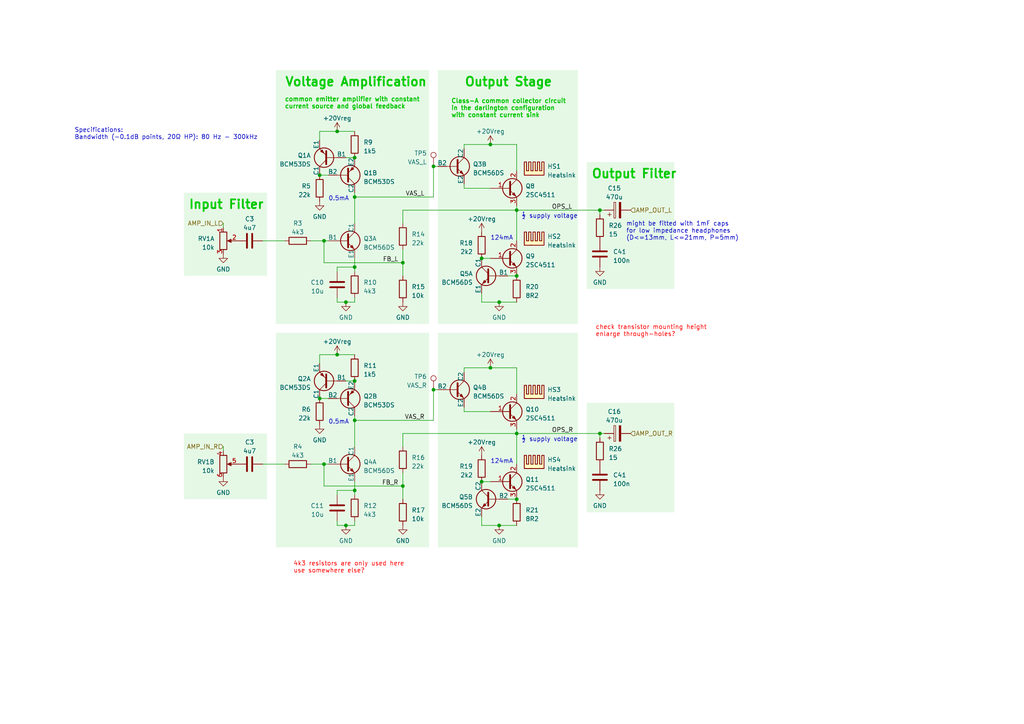
<source format=kicad_sch>
(kicad_sch (version 20230121) (generator eeschema)
  (paper "A4")
  (title_block (title "Stereo Amplifier") (date "2023-07-18") (rev "2") (company "Author: Jona Heinke") (comment 1 "License: MIT"))
  (lib_symbols
    (symbol "Connector:TestPoint" (pin_numbers hide) (pin_names (offset 0.762) hide)
      (property "Reference" "TP" (at 0 6.858 0))
      (property "Value" "TestPoint" (at 0 5.08 0))
      (symbol "TestPoint_0_1"
        (circle (center 0 3.302) (radius 0.762))
      )
      (symbol "TestPoint_1_1"
        (pin passive line (at 0 0 90) (length 2.54) (name "1") (number "1"))
      )
    )
    (symbol "Device:C" (pin_numbers hide) (pin_names (offset 0.254))
      (property "Reference" "C" (at 0.635 2.54 0))
      (property "Value" "C" (at 0.635 -2.54 0))
      (symbol "C_0_1"
        (polyline (pts (xy -2.032 -0.762) (xy 2.032 -0.762)) (stroke (width 0.508)))
        (polyline (pts (xy -2.032 0.762) (xy 2.032 0.762)) (stroke (width 0.508)))
      )
      (symbol "C_1_1"
        (pin passive line (at 0 3.81 270) (length 2.794) (name "~") (number "1"))
        (pin passive line (at 0 -3.81 90) (length 2.794) (name "~") (number "2"))
      )
    )
    (symbol "Device:C_Polarized" (pin_numbers hide) (pin_names (offset 0.254))
      (property "Reference" "C" (at 0.635 2.54 0))
      (property "Value" "C_Polarized" (at 0.635 -2.54 0))
      (symbol "C_Polarized_0_1"
        (rectangle (start -2.286 0.508) (end 2.286 1.016))
        (polyline (pts (xy -1.778 2.286) (xy -0.762 2.286)))
        (polyline (pts (xy -1.27 2.794) (xy -1.27 1.778)))
        (rectangle (start 2.286 -0.508) (end -2.286 -1.016) (fill (type outline)))
      )
      (symbol "C_Polarized_1_1"
        (pin passive line (at 0 3.81 270) (length 2.794) (name "~") (number "1"))
        (pin passive line (at 0 -3.81 90) (length 2.794) (name "~") (number "2"))
      )
    )
    (symbol "Device:Q_NPN_BCE" (pin_names (offset 0) hide)
      (property "Reference" "Q" (at 5.08 1.27 0))
      (property "Value" "Q_NPN_BCE" (at 5.08 -1.27 0))
      (symbol "Q_NPN_BCE_0_1"
        (polyline (pts (xy 0.635 0.635) (xy 2.54 2.54)))
        (polyline (pts (xy 0.635 -0.635) (xy 2.54 -2.54) (xy 2.54 -2.54)))
        (polyline (pts (xy 0.635 1.905) (xy 0.635 -1.905) (xy 0.635 -1.905)) (stroke (width 0.508)))
        (polyline (pts (xy 1.27 -1.778) (xy 1.778 -1.27) (xy 2.286 -2.286) (xy 1.27 -1.778) (xy 1.27 -1.778)) (fill (type outline)))
        (circle (center 1.27 0) (radius 2.8194) (stroke (width 0.254)))
      )
      (symbol "Q_NPN_BCE_1_1"
        (pin input line (at -5.08 0 0) (length 5.715) (name "B") (number "1"))
        (pin passive line (at 2.54 5.08 270) (length 2.54) (name "C") (number "2"))
        (pin passive line (at 2.54 -5.08 90) (length 2.54) (name "E") (number "3"))
      )
    )
    (symbol "Device:R" (pin_numbers hide) (pin_names (offset 0))
      (property "Reference" "R" (at 2.032 0 90))
      (property "Value" "R" (at 0 0 90))
      (symbol "R_0_1"
        (rectangle (start -1.016 -2.54) (end 1.016 2.54) (stroke (width 0.254)))
      )
      (symbol "R_1_1"
        (pin passive line (at 0 3.81 270) (length 1.27) (name "~") (number "1"))
        (pin passive line (at 0 -3.81 90) (length 1.27) (name "~") (number "2"))
      )
    )
    (symbol "Device:R_Potentiometer_Dual_Separate" (pin_names (offset 1.016) hide)
      (property "Reference" "RV" (at -4.445 0 90))
      (property "Value" "R_Potentiometer_Dual_Separate" (at -2.54 0 90))
      (symbol "R_Potentiometer_Dual_Separate_0_1"
        (polyline (pts (xy 2.54 0) (xy 1.524 0)))
        (polyline (pts (xy 1.143 0) (xy 2.286 0.508) (xy 2.286 -0.508) (xy 1.143 0)) (fill (type outline)))
        (rectangle (start 1.016 2.54) (end -1.016 -2.54) (stroke (width 0.254)))
      )
      (symbol "R_Potentiometer_Dual_Separate_1_1"
        (pin passive line (at 0 3.81 270) (length 1.27) (name "1") (number "1"))
        (pin passive line (at 3.81 0 180) (length 1.27) (name "2") (number "2"))
        (pin passive line (at 0 -3.81 90) (length 1.27) (name "3") (number "3"))
      )
      (symbol "R_Potentiometer_Dual_Separate_2_1"
        (pin passive line (at 0 3.81 270) (length 1.27) (name "4") (number "4"))
        (pin passive line (at 3.81 0 180) (length 1.27) (name "5") (number "5"))
        (pin passive line (at 0 -3.81 90) (length 1.27) (name "6") (number "6"))
      )
    )
    (symbol "Mechanical:Heatsink" (pin_names (offset 1.016))
      (property "Reference" "HS" (at 0 5.08 0))
      (property "Value" "Heatsink" (at 0 -1.27 0))
      (symbol "Heatsink_0_1"
        (polyline (pts (xy -0.3302 1.27) (xy -0.9652 1.27) (xy -0.9652 3.81) (xy -1.6002 3.81) (xy -1.6002 1.27) (xy -2.2352 1.27) (xy -2.2352 3.81) (xy -2.8702 3.81) (xy -2.8702 0) (xy -0.9652 0)) (stroke (width 0.254)) (fill (type background)))
        (polyline (pts (xy -0.3302 1.27) (xy -0.3302 3.81) (xy 0.3048 3.81) (xy 0.3048 1.27) (xy 0.9398 1.27) (xy 0.9398 3.81) (xy 1.5748 3.81) (xy 1.5748 1.27) (xy 2.2098 1.27) (xy 2.2098 3.81) (xy 2.8448 3.81) (xy 2.8448 0) (xy -0.9652 0)) (stroke (width 0.254)) (fill (type background)))
      )
    )
    (symbol "library:+20Vreg" (power) (pin_names (offset 0))
      (property "Value" "+20Vreg" (at 0 3.81 0))
      (symbol "+20Vreg_0_1"
        (polyline (pts (xy -0.762 1.27) (xy 0 2.54)))
        (polyline (pts (xy 0 0) (xy 0 2.54)))
        (polyline (pts (xy 0 2.54) (xy 0.762 1.27)))
      )
      (symbol "+20Vreg_1_1"
        (pin power_in line (at 0 0 90) (length 0) hide (name "+20Vreg") (number "1"))
      )
    )
    (symbol "library:Dual-NPN" (pin_numbers hide) (pin_names (offset 0))
      (property "Reference" "Q" (at -2.54 6.985 0))
      (property "Value" "NPN" (at -2.54 4.445 0))
      (symbol "Dual-NPN_0_1"
        (polyline (pts (xy -2.54 0) (xy 0.635 0)) (stroke (width 0.1524)))
        (polyline (pts (xy 0.635 0.635) (xy 2.54 2.54)))
        (polyline (pts (xy 2.794 -1.27) (xy 2.794 -1.27)) (stroke (width 0.1524)))
        (polyline (pts (xy 2.794 -1.27) (xy 2.794 -1.27)) (stroke (width 0.1524)))
        (polyline (pts (xy 0.635 -0.635) (xy 2.54 -2.54) (xy 2.54 -2.54)))
        (polyline (pts (xy 0.635 1.905) (xy 0.635 -1.905) (xy 0.635 -1.905)) (stroke (width 0.508)))
        (polyline (pts (xy 1.27 -1.778) (xy 1.778 -1.27) (xy 2.286 -2.286) (xy 1.27 -1.778) (xy 1.27 -1.778)) (fill (type outline)))
        (circle (center 1.27 0) (radius 2.8194) (stroke (width 0.254)))
      )
      (symbol "Dual-NPN_1_1"
        (pin input line (at -5.08 0 0) (length 2.54) (name "B1") (number "1"))
        (pin open_emitter line (at 2.54 -5.08 90) (length 2.54) (name "E1") (number "5"))
        (pin open_collector line (at 2.54 5.08 270) (length 2.54) (name "C1") (number "6"))
      )
      (symbol "Dual-NPN_2_1"
        (pin input line (at -5.08 0 0) (length 2.54) (name "B2") (number "2"))
        (pin open_collector line (at 2.54 5.08 270) (length 2.54) (name "C2") (number "3"))
        (pin open_emitter line (at 2.54 -5.08 90) (length 2.54) (name "E2") (number "4"))
      )
    )
    (symbol "library:Dual-PNP" (pin_numbers hide) (pin_names (offset 0))
      (property "Reference" "Q" (at -2.54 7.62 0))
      (property "Value" "PNP" (at -2.54 5.08 0))
      (symbol "Dual-PNP_0_1"
        (polyline (pts (xy -2.54 0) (xy 0.635 0)) (stroke (width 0.1524)))
        (polyline (pts (xy 0.635 0.635) (xy 2.54 2.54)))
        (polyline (pts (xy 0.635 -0.635) (xy 2.54 -2.54) (xy 2.54 -2.54)))
        (polyline (pts (xy 0.635 1.905) (xy 0.635 -1.905) (xy 0.635 -1.905)) (stroke (width 0.508)))
        (polyline (pts (xy 2.286 -1.778) (xy 1.778 -2.286) (xy 1.27 -1.27) (xy 2.286 -1.778) (xy 2.286 -1.778)) (fill (type outline)))
        (circle (center 1.27 0) (radius 2.8194) (stroke (width 0.254)))
      )
      (symbol "Dual-PNP_1_1"
        (pin input line (at -5.08 0 0) (length 2.54) (name "B1") (number "1"))
        (pin open_emitter line (at 2.54 -5.08 90) (length 2.54) (name "E1") (number "5"))
        (pin open_collector line (at 2.54 5.08 270) (length 2.54) (name "C1") (number "6"))
      )
      (symbol "Dual-PNP_2_1"
        (pin input line (at -5.08 0 0) (length 2.54) (name "B2") (number "2"))
        (pin open_collector line (at 2.54 5.08 270) (length 2.54) (name "C2") (number "3"))
        (pin open_emitter line (at 2.54 -5.08 90) (length 2.54) (name "E2") (number "4"))
      )
    )
    (symbol "power:GND" (power) (pin_names (offset 0))
      (property "Value" "GND" (at 0 -3.81 0))
      (symbol "GND_0_1"
        (polyline (pts (xy 0 0) (xy 0 -1.27) (xy 1.27 -1.27) (xy 0 -2.54) (xy -1.27 -1.27) (xy 0 -1.27)))
      )
      (symbol "GND_1_1"
        (pin power_in line (at 0 0 270) (length 0) hide (name "GND") (number "1"))
      )
    )
  )
  (junction (at 149.86 125.73))
  (junction (at 149.86 60.96))
  (junction (at 144.78 152.4))
  (junction (at 97.79 102.87))
  (junction (at 102.87 121.92))
  (junction (at 102.87 45.72))
  (junction (at 139.7 74.93))
  (junction (at 97.79 38.1))
  (junction (at 116.84 76.2))
  (junction (at 142.24 106.68))
  (junction (at 142.24 41.91))
  (junction (at 102.87 110.49))
  (junction (at 173.99 125.73))
  (junction (at 144.78 87.63))
  (junction (at 102.87 142.24))
  (junction (at 139.7 139.7))
  (junction (at 93.98 134.62))
  (junction (at 149.86 80.01))
  (junction (at 125.73 113.03))
  (junction (at 100.33 152.4))
  (junction (at 149.86 144.78))
  (junction (at 102.87 77.47))
  (junction (at 93.98 69.85))
  (junction (at 92.71 50.8))
  (junction (at 125.73 48.26))
  (junction (at 92.71 115.57))
  (junction (at 102.87 57.15))
  (junction (at 100.33 87.63))
  (junction (at 116.84 140.97))
  (junction (at 173.99 60.96))
  (wire (pts (xy 173.99 60.96) (xy 175.26 60.96)))
  (wire (pts (xy 147.32 80.01) (xy 149.86 80.01)))
  (wire (pts (xy 149.86 125.73) (xy 149.86 134.62)))
  (wire (pts (xy 97.79 152.4) (xy 100.33 152.4)))
  (wire (pts (xy 92.71 40.64) (xy 92.71 38.1)))
  (wire (pts (xy 100.33 45.72) (xy 102.87 45.72)))
  (wire (pts (xy 97.79 77.47) (xy 97.79 78.74)))
  (wire (pts (xy 97.79 87.63) (xy 100.33 87.63)))
  (wire (pts (xy 92.71 102.87) (xy 97.79 102.87)))
  (wire (pts (xy 102.87 120.65) (xy 102.87 121.92)))
  (wire (pts (xy 90.17 69.85) (xy 93.98 69.85)))
  (wire (pts (xy 116.84 125.73) (xy 116.84 129.54)))
  (wire (pts (xy 97.79 151.13) (xy 97.79 152.4)))
  (wire (pts (xy 116.84 140.97) (xy 116.84 137.16)))
  (wire (pts (xy 149.86 125.73) (xy 173.99 125.73)))
  (wire (pts (xy 116.84 76.2) (xy 116.84 80.01)))
  (wire (pts (xy 142.24 41.91) (xy 149.86 41.91)))
  (wire (pts (xy 139.7 139.7) (xy 142.24 139.7)))
  (wire (pts (xy 93.98 134.62) (xy 93.98 140.97)))
  (wire (pts (xy 64.77 130.81) (xy 64.77 129.54)))
  (wire (pts (xy 139.7 152.4) (xy 144.78 152.4)))
  (wire (pts (xy 102.87 139.7) (xy 102.87 142.24)))
  (wire (pts (xy 102.87 142.24) (xy 97.79 142.24)))
  (wire (pts (xy 134.62 41.91) (xy 142.24 41.91)))
  (wire (pts (xy 90.17 134.62) (xy 93.98 134.62)))
  (wire (pts (xy 97.79 142.24) (xy 97.79 143.51)))
  (wire (pts (xy 116.84 76.2) (xy 116.84 72.39)))
  (wire (pts (xy 125.73 113.03) (xy 125.73 121.92)))
  (wire (pts (xy 149.86 125.73) (xy 116.84 125.73)))
  (wire (pts (xy 92.71 115.57) (xy 95.25 115.57)))
  (wire (pts (xy 147.32 144.78) (xy 149.86 144.78)))
  (wire (pts (xy 97.79 86.36) (xy 97.79 87.63)))
  (wire (pts (xy 92.71 50.8) (xy 95.25 50.8)))
  (wire (pts (xy 149.86 59.69) (xy 149.86 60.96)))
  (wire (pts (xy 134.62 41.91) (xy 134.62 43.18)))
  (wire (pts (xy 93.98 140.97) (xy 116.84 140.97)))
  (wire (pts (xy 93.98 69.85) (xy 93.98 76.2)))
  (wire (pts (xy 149.86 60.96) (xy 149.86 69.85)))
  (wire (pts (xy 142.24 106.68) (xy 149.86 106.68)))
  (wire (pts (xy 134.62 118.11) (xy 134.62 119.38)))
  (wire (pts (xy 149.86 60.96) (xy 116.84 60.96)))
  (wire (pts (xy 149.86 124.46) (xy 149.86 125.73)))
  (wire (pts (xy 97.79 38.1) (xy 102.87 38.1)))
  (wire (pts (xy 102.87 77.47) (xy 97.79 77.47)))
  (wire (pts (xy 102.87 57.15) (xy 102.87 64.77)))
  (wire (pts (xy 102.87 57.15) (xy 125.73 57.15)))
  (wire (pts (xy 92.71 105.41) (xy 92.71 102.87)))
  (wire (pts (xy 93.98 76.2) (xy 116.84 76.2)))
  (wire (pts (xy 102.87 121.92) (xy 102.87 129.54)))
  (wire (pts (xy 102.87 74.93) (xy 102.87 77.47)))
  (wire (pts (xy 127 48.26) (xy 125.73 48.26)))
  (wire (pts (xy 93.98 69.85) (xy 95.25 69.85)))
  (wire (pts (xy 125.73 48.26) (xy 125.73 57.15)))
  (wire (pts (xy 102.87 152.4) (xy 100.33 152.4)))
  (wire (pts (xy 139.7 85.09) (xy 139.7 87.63)))
  (wire (pts (xy 134.62 54.61) (xy 134.62 53.34)))
  (wire (pts (xy 102.87 142.24) (xy 102.87 143.51)))
  (wire (pts (xy 173.99 62.23) (xy 173.99 60.96)))
  (wire (pts (xy 144.78 152.4) (xy 149.86 152.4)))
  (wire (pts (xy 102.87 87.63) (xy 100.33 87.63)))
  (wire (pts (xy 139.7 87.63) (xy 144.78 87.63)))
  (wire (pts (xy 139.7 74.93) (xy 142.24 74.93)))
  (wire (pts (xy 102.87 152.4) (xy 102.87 151.13)))
  (wire (pts (xy 92.71 38.1) (xy 97.79 38.1)))
  (wire (pts (xy 134.62 107.95) (xy 134.62 106.68)))
  (wire (pts (xy 100.33 110.49) (xy 102.87 110.49)))
  (wire (pts (xy 97.79 102.87) (xy 102.87 102.87)))
  (wire (pts (xy 102.87 87.63) (xy 102.87 86.36)))
  (wire (pts (xy 64.77 66.04) (xy 64.77 64.77)))
  (wire (pts (xy 139.7 149.86) (xy 139.7 152.4)))
  (wire (pts (xy 134.62 106.68) (xy 142.24 106.68)))
  (wire (pts (xy 102.87 121.92) (xy 125.73 121.92)))
  (wire (pts (xy 142.24 54.61) (xy 134.62 54.61)))
  (wire (pts (xy 76.2 134.62) (xy 82.55 134.62)))
  (wire (pts (xy 102.87 77.47) (xy 102.87 78.74)))
  (wire (pts (xy 173.99 125.73) (xy 175.26 125.73)))
  (wire (pts (xy 125.73 113.03) (xy 127 113.03)))
  (wire (pts (xy 149.86 60.96) (xy 173.99 60.96)))
  (wire (pts (xy 93.98 134.62) (xy 95.25 134.62)))
  (wire (pts (xy 173.99 125.73) (xy 173.99 127)))
  (wire (pts (xy 102.87 55.88) (xy 102.87 57.15)))
  (wire (pts (xy 76.2 69.85) (xy 82.55 69.85)))
  (wire (pts (xy 116.84 140.97) (xy 116.84 144.78)))
  (wire (pts (xy 149.86 41.91) (xy 149.86 49.53)))
  (wire (pts (xy 144.78 87.63) (xy 149.86 87.63)))
  (wire (pts (xy 134.62 119.38) (xy 142.24 119.38)))
  (wire (pts (xy 149.86 106.68) (xy 149.86 114.3)))
  (wire (pts (xy 116.84 60.96) (xy 116.84 64.77)))
  (rectangle (start 53.34 125.73) (end 77.47 144.78) (stroke (width -0.0001)) (fill (type color) (color 0 194 0 0.1019607843)))
  (rectangle (start 170.18 116.84) (end 195.58 148.59) (stroke (width -0.0001)) (fill (type color) (color 0 194 0 0.1019607843)))
  (rectangle (start 127 20.32) (end 167.64 93.98) (stroke (width -0.0001)) (fill (type color) (color 0 194 0 0.1019607843)))
  (rectangle (start 170.18 46.99) (end 195.58 83.82) (stroke (width -0.0001)) (fill (type color) (color 0 194 0 0.1019607843)))
  (rectangle (start 80.01 20.32) (end 124.46 93.98) (stroke (width -0.0001)) (fill (type color) (color 0 194 0 0.1019607843)))
  (rectangle (start 80.01 96.52) (end 124.46 158.75) (stroke (width -0.0001)) (fill (type color) (color 0 194 0 0.1019607843)))
  (rectangle (start 53.34 55.88) (end 77.47 80.01) (stroke (width -0.0001)) (fill (type color) (color 0 194 0 0.1019607843)))
  (rectangle (start 127 96.52) (end 167.64 158.75) (stroke (width -0.0001)) (fill (type color) (color 0 194 0 0.1019607843)))
  (text "might be fitted with 1mF caps\nfor low impedance headphones\n(D<=13mm, L<=21mm, P=5mm)" (at 181.61 69.85 0) (effects (font (size 1.27 1.27)) (justify left bottom)))
  (text "½ supply voltage" (at 151.13 128.27 0) (effects (font (size 1.27 1.27)) (justify left bottom)))
  (text "124mA" (at 142.24 69.85 0) (effects (font (size 1.27 1.27)) (justify left bottom)))
  (text "check transistor mounting height\nenlarge through-holes?" (at 172.72 97.79 0) (effects (font (size 1.27 1.27)) (justify left bottom)))
  (text "124mA" (at 142.24 134.62 0) (effects (font (size 1.27 1.27)) (justify left bottom)))
  (text "4k3 resistors are only used here\nuse somewhere else?" (at 85.09 166.37 0) (effects (font (size 1.27 1.27)) (justify left bottom)))
  (text "Output Filter" (at 171.45 52.07 0) (effects (font (size 2.54 2.54) (thickness 0.508) bold) (justify left bottom)))
  (text "common emitter amplifier with constant\ncurrent source and global feedback" (at 82.55 31.75 0) (effects (font (size 1.27 1.27) (thickness 0.254) bold) (justify left bottom)))
  (text "Voltage Amplification" (at 82.55 25.4 0) (effects (font (size 2.54 2.54) (thickness 0.508) bold) (justify left bottom)))
  (text "Input Filter" (at 54.61 60.96 0) (effects (font (size 2.54 2.54) (thickness 0.508) bold) (justify left bottom)))
  (text "0.5mA" (at 95.25 123.19 0) (effects (font (size 1.27 1.27)) (justify left bottom)))
  (text "Specifications:\nBandwidth (-0.1dB points, 20Ω HP): 80 Hz - 300kHz" (at 21.59 40.64 0) (effects (font (size 1.27 1.27)) (justify left bottom)))
  (text "½ supply voltage" (at 151.13 63.5 0) (effects (font (size 1.27 1.27)) (justify left bottom)))
  (text "0.5mA" (at 95.25 58.42 0) (effects (font (size 1.27 1.27)) (justify left bottom)))
  (text "Output Stage" (at 134.62 25.4 0) (effects (font (size 2.54 2.54) (thickness 0.508) bold) (justify left bottom)))
  (text "Class-A common collector circuit\nin the darlington configuration\nwith constant current sink" (at 130.81 34.29 0) (effects (font (size 1.27 1.27) (thickness 0.254) bold) (justify left bottom)))
  (label "VAS_R" (at 123.19 121.92 180))
  (label "FB_L" (at 115.57 76.2 180))
  (label "OPS_L" (at 160.02 60.96 0))
  (label "VAS_L" (at 123.19 57.15 180))
  (label "OPS_R" (at 160.02 125.73 0))
  (label "FB_R" (at 115.57 140.97 180))
  (hierarchical_label "AMP_IN_L" (shape input) (at 64.77 64.77 180))
  (hierarchical_label "AMP_OUT_R" (shape input) (at 182.88 125.73 0))
  (hierarchical_label "AMP_OUT_L" (shape input) (at 182.88 60.96 0))
  (hierarchical_label "AMP_IN_R" (shape input) (at 64.77 129.54 180))
  (symbol (lib_id "Device:R") (at 149.86 148.59 0) (unit 1)
    (property "Reference" "R21" (at 152.4 147.955 0) (effects (justify left)))
    (property "Value" "8R2" (at 152.4 150.495 0) (effects (justify left)))
    (property "Footprint" "Resistor_SMD:R_1206_3216Metric_Pad1.30x1.75mm_HandSolder" (effects hide))
    (instances (project "new_dac" (path "" (reference "R21") (unit 1)) (path "" (reference "R44") (unit 1))))
  )
  (symbol (lib_id "Device:Q_NPN_BCE") (at 147.32 54.61 0) (unit 1)
    (property "Reference" "Q8" (at 152.4 53.975 0) (effects (justify left)))
    (property "Value" "2SC4511" (at 152.4 56.515 0) (effects (justify left)))
    (property "Footprint" "Package_TO_SOT_THT:TO-220F-3_Vertical" (effects hide))
    (property "Datasheet" "https://www.semicon.sanken-ele.co.jp/sk_content/2sc4511_ds_en.pdf" (effects hide))
    (property "Digikey" "2SC4511-ND" (effects hide))
    (instances (project "new_dac" (path "" (reference "Q8") (unit 1))) (project "dac" (path "" (reference "Q10") (unit 1)) (path "" (reference "Q34") (unit 1))))
  )
  (symbol (lib_id "Device:R_Potentiometer_Dual_Separate") (at 64.77 134.62 0) (unit 2)
    (property "Reference" "RV1" (at 62.23 133.985 0) (effects (justify right)))
    (property "Value" "10k" (at 62.23 136.525 0) (effects (justify right)))
    (property "Footprint" "library:RK09L12B" (effects hide))
  )
  (symbol (lib_id "Device:R") (at 102.87 147.32 0) (unit 1)
    (property "Reference" "R12" (at 105.41 146.685 0) (effects (justify left)))
    (property "Value" "4k3" (at 105.41 149.225 0) (effects (justify left)))
    (property "Footprint" "Resistor_SMD:R_1206_3216Metric_Pad1.30x1.75mm_HandSolder" (effects hide))
    (instances (project "new_dac" (path "" (reference "R12") (unit 1)) (path "" (reference "R36") (unit 1))))
  )
  (symbol (lib_id "Device:R") (at 116.84 133.35 0) (unit 1)
    (property "Reference" "R16" (at 119.38 132.715 0) (effects (justify left)))
    (property "Value" "22k" (at 119.38 135.255 0) (effects (justify left)))
    (property "Footprint" "Resistor_SMD:R_1206_3216Metric_Pad1.30x1.75mm_HandSolder" (effects hide))
    (instances (project "new_dac" (path "" (reference "R16") (unit 1)) (path "" (reference "R39") (unit 1))))
  )
  (symbol (lib_id "Device:C") (at 72.39 69.85 90) (unit 1)
    (property "Reference" "C3" (at 72.39 63.5 90))
    (property "Value" "4u7" (at 72.39 66.04 90))
    (property "Footprint" "Capacitor_THT:C_Rect_L7.2mm_W7.2mm_P5.00mm_FKS2_FKP2_MKS2_MKP2" (effects hide))
    (property "Datasheet" "https://www.wima.de/wp-content/uploads/media/e_WIMA_MKS_2.pdf" (effects hide))
    (property "Digikey" "1928-1629-ND" (effects hide))
    (property "Height" "13mm" (effects hide))
    (instances (project "new_dac" (path "" (reference "C3") (unit 1)) (path "" (reference "C26") (unit 1))) (project "dac" (path "" (reference "C7") (unit 1)) (path "" (reference "C18") (unit 1)) (path "" (reference "C44") (unit 1))))
  )
  (symbol (lib_id "Mechanical:Heatsink") (at 154.94 71.12 0) (unit 1)
    (property "Reference" "HS2" (at 158.75 68.58 0) (effects (justify left)))
    (property "Value" "Heatsink" (at 158.75 71.12 0) (effects (justify left)))
    (property "Footprint" "library:Heatsink_Boyd_507302B00000G" (effects hide))
    (property "Datasheet" "https://info.boydcorp.com/hubfs/Thermal/Air-Cooling/Boyd-Board-Level-Cooling-Low-Profile-Channel.pdf" (effects hide))
    (property "Digikey" "HS115-ND" (effects hide))
    (property "DigikeyAlt" "AE10778-ND" (effects hide))
    (property "Height" "19.1mm" (effects hide))
    (property "Note" "Alternative has larger footprint" (effects hide))
    (property "Digikey-Alternative" "AE10778-ND" (effects hide))
    (instances (project "new_dac" (path "" (reference "HS2") (unit 1)) (path "" (reference "HS2") (unit 1))) (project "dac" (path "" (reference "HS1") (unit 1)) (path "" (reference "HS3") (unit 1))))
  )
  (symbol (lib_id "Device:R") (at 102.87 41.91 0) (unit 1)
    (property "Reference" "R9" (at 105.41 41.275 0) (effects (justify left)))
    (property "Value" "1k5" (at 105.41 43.815 0) (effects (justify left)))
    (property "Footprint" "Resistor_SMD:R_1206_3216Metric_Pad1.30x1.75mm_HandSolder" (effects hide))
    (instances (project "new_dac" (path "" (reference "R9") (unit 1)) (path "" (reference "R33") (unit 1))))
  )
  (symbol (lib_id "library:Dual-NPN") (at 132.08 113.03 0) (unit 2)
    (property "Reference" "Q4" (at 137.16 112.395 0) (effects (justify left)))
    (property "Value" "BCM56DS" (at 137.16 114.935 0) (effects (justify left)))
    (property "Footprint" "Package_SO:SC-74-6_1.5x2.9mm_P0.95mm" (effects hide))
    (property "Datasheet" "https://assets.nexperia.com/documents/data-sheet/BCM56DS.pdf" (effects hide))
    (property "Digikey" "1727-7829-1-ND" (effects hide))
    (property "Height" "1.1mm" (effects hide))
    (instances (project "new_dac" (path "" (reference "Q4") (unit 2)) (path "" (reference "Q6") (unit 2))) (project "dac" (path "" (reference "Q5") (unit 2)) (path "" (reference "Q27") (unit 2))))
  )
  (symbol (lib_id "Device:C") (at 173.99 73.66 0) (unit 1)
    (property "Reference" "C41" (at 177.8 73.025 0) (effects (justify left)))
    (property "Value" "100n" (at 177.8 75.565 0) (effects (justify left)))
    (property "Footprint" "Capacitor_SMD:C_1206_3216Metric_Pad1.33x1.80mm_HandSolder" (effects hide))
    (property "Datasheet" "https://media.digikey.com/pdf/Data%20Sheets/Samsung%20PDFs/CL31B104KBCNNNC_Spec.pdf" (effects hide))
    (property "Digikey" "1276-1017-1-ND" (effects hide))
    (property "Height" "1mm" (effects hide))
    (instances (project "new_dac" (path "" (reference "C41") (unit 1)) (path "" (reference "C33") (unit 1)) (path "" (reference "C30") (unit 1))) (project "dac" (path "" (reference "C12") (unit 1))))
  )
  (symbol (lib_id "Device:R") (at 139.7 71.12 0) (mirror y) (unit 1)
    (property "Reference" "R18" (at 137.16 70.485 0) (effects (justify left)))
    (property "Value" "2k2" (at 137.16 73.025 0) (effects (justify left)))
    (property "Footprint" "Resistor_SMD:R_1206_3216Metric_Pad1.30x1.75mm_HandSolder" (effects hide))
    (instances (project "new_dac" (path "" (reference "R18") (unit 1)) (path "" (reference "R41") (unit 1))))
  )
  (symbol (lib_id "Device:R") (at 86.36 69.85 90) (unit 1)
    (property "Reference" "R3" (at 86.36 64.77 90))
    (property "Value" "4k3" (at 86.36 67.31 90))
    (property "Footprint" "Resistor_SMD:R_1206_3216Metric_Pad1.30x1.75mm_HandSolder" (effects hide))
    (instances (project "new_dac" (path "" (reference "R3") (unit 1)) (path "" (reference "R29") (unit 1))))
  )
  (symbol (lib_id "library:+20Vreg") (at 142.24 106.68 0) (unit 1)
    (property "Reference" "#PWR026" (effects hide))
    (property "Value" "+20Vreg" (at 142.24 102.87 0))
    (instances (project "new_dac" (path "" (reference "#PWR026") (unit 1)) (path "" (reference "#PWR077") (unit 1))))
  )
  (symbol (lib_id "power:GND") (at 173.99 142.24 0) (unit 1)
    (property "Reference" "#PWR033" (effects hide))
    (property "Value" "GND" (at 173.99 146.685 0))
    (instances (project "new_dac" (path "" (reference "#PWR033") (unit 1)) (path "" (reference "#PWR081") (unit 1))))
  )
  (symbol (lib_id "Device:C_Polarized") (at 179.07 60.96 90) (unit 1)
    (property "Reference" "C15" (at 178.181 54.61 90))
    (property "Value" "470u" (at 178.181 57.15 90))
    (property "Footprint" "Capacitor_THT:CP_Radial_D13.0mm_P5.00mm" (effects hide))
    (property "Datasheet" "https://www.rubycon.co.jp/wp-content/uploads/catalog-aluminum/PX.pdf" (effects hide))
    (property "Digikey" "1189-1280-ND" (effects hide))
    (property "Height" "14mm" (effects hide))
    (instances (project "new_dac" (path "" (reference "C15") (unit 1)) (path "" (reference "C32") (unit 1))))
  )
  (symbol (lib_id "Device:R") (at 92.71 119.38 0) (mirror y) (unit 1)
    (property "Reference" "R6" (at 90.17 118.745 0) (effects (justify left)))
    (property "Value" "22k" (at 90.17 121.285 0) (effects (justify left)))
    (property "Footprint" "Resistor_SMD:R_1206_3216Metric_Pad1.30x1.75mm_HandSolder" (effects hide))
    (instances (project "new_dac" (path "" (reference "R6") (unit 1)) (path "" (reference "R32") (unit 1))))
  )
  (symbol (lib_id "Device:R") (at 86.36 134.62 90) (unit 1)
    (property "Reference" "R4" (at 86.36 129.54 90))
    (property "Value" "4k3" (at 86.36 132.08 90))
    (property "Footprint" "Resistor_SMD:R_1206_3216Metric_Pad1.30x1.75mm_HandSolder" (effects hide))
    (instances (project "new_dac" (path "" (reference "R4") (unit 1)) (path "" (reference "R30") (unit 1))))
  )
  (symbol (lib_id "Mechanical:Heatsink") (at 154.94 135.89 0) (unit 1)
    (property "Reference" "HS4" (at 158.75 133.35 0) (effects (justify left)))
    (property "Value" "Heatsink" (at 158.75 135.89 0) (effects (justify left)))
    (property "Footprint" "library:Heatsink_Boyd_507302B00000G" (effects hide))
    (property "Datasheet" "https://info.boydcorp.com/hubfs/Thermal/Air-Cooling/Boyd-Board-Level-Cooling-Low-Profile-Channel.pdf" (effects hide))
    (property "Digikey" "HS115-ND" (effects hide))
    (property "DigikeyAlt" "AE10778-ND" (effects hide))
    (property "Height" "19.1mm" (effects hide))
    (property "Note" "Alternative has larger footprint" (effects hide))
    (property "Digikey-Alternative" "AE10778-ND" (effects hide))
    (instances (project "new_dac" (path "" (reference "HS4") (unit 1)) (path "" (reference "HS4") (unit 1))) (project "dac" (path "" (reference "HS1") (unit 1)) (path "" (reference "HS3") (unit 1))))
  )
  (symbol (lib_id "Mechanical:Heatsink") (at 154.94 50.8 0) (unit 1)
    (property "Reference" "HS1" (at 158.75 48.26 0) (effects (justify left)))
    (property "Value" "Heatsink" (at 158.75 50.8 0) (effects (justify left)))
    (property "Footprint" "library:Heatsink_Boyd_507302B00000G" (effects hide))
    (property "Datasheet" "https://info.boydcorp.com/hubfs/Thermal/Air-Cooling/Boyd-Board-Level-Cooling-Low-Profile-Channel.pdf" (effects hide))
    (property "Digikey" "HS115-ND" (effects hide))
    (property "DigikeyAlt" "AE10778-ND" (effects hide))
    (property "Height" "19.1mm" (effects hide))
    (property "Note" "Alternative has larger footprint" (effects hide))
    (property "Digikey-Alternative" "AE10778-ND" (effects hide))
    (instances (project "new_dac" (path "" (reference "HS1") (unit 1)) (path "" (reference "HS1") (unit 1))) (project "dac" (path "" (reference "HS1") (unit 1)) (path "" (reference "HS3") (unit 1))))
  )
  (symbol (lib_id "Device:Q_NPN_BCE") (at 147.32 74.93 0) (unit 1)
    (property "Reference" "Q9" (at 152.4 74.295 0) (effects (justify left)))
    (property "Value" "2SC4511" (at 152.4 76.835 0) (effects (justify left)))
    (property "Footprint" "Package_TO_SOT_THT:TO-220F-3_Vertical" (effects hide))
    (property "Datasheet" "https://www.semicon.sanken-ele.co.jp/sk_content/2sc4511_ds_en.pdf" (effects hide))
    (property "Digikey" "2SC4511-ND" (effects hide))
    (instances (project "new_dac" (path "" (reference "Q9") (unit 1))) (project "dac" (path "" (reference "Q10") (unit 1)) (path "" (reference "Q34") (unit 1))))
  )
  (symbol (lib_id "power:GND") (at 173.99 77.47 0) (unit 1)
    (property "Reference" "#PWR033" (effects hide))
    (property "Value" "GND" (at 173.99 81.915 0))
    (instances (project "new_dac" (path "" (reference "#PWR033") (unit 1)) (path "" (reference "#PWR080") (unit 1))))
  )
  (symbol (lib_id "library:+20Vreg") (at 142.24 41.91 0) (unit 1)
    (property "Reference" "#PWR025" (effects hide))
    (property "Value" "+20Vreg" (at 142.24 38.1 0))
    (instances (project "new_dac" (path "" (reference "#PWR025") (unit 1)) (path "" (reference "#PWR076") (unit 1))))
  )
  (symbol (lib_id "library:Dual-PNP") (at 100.33 115.57 0) (mirror x) (unit 2)
    (property "Reference" "Q2" (at 105.41 114.935 0) (effects (justify left)))
    (property "Value" "BCM53DS" (at 105.41 117.475 0) (effects (justify left)))
    (property "Footprint" "Package_SO:SC-74-6_1.5x2.9mm_P0.95mm" (effects hide))
    (property "Datasheet" "https://assets.nexperia.com/documents/data-sheet/BCM53DS.pdf" (effects hide))
    (property "Digikey" "1727-7828-1-ND" (effects hide))
    (property "Height" "1.1mm" (effects hide))
    (instances (project "new_dac" (path "" (reference "Q2") (unit 2)) (path "" (reference "Q4") (unit 2))) (project "dac" (path "" (reference "Q7") (unit 2)) (path "" (reference "Q29") (unit 2))))
  )
  (symbol (lib_id "Device:R") (at 149.86 83.82 0) (unit 1)
    (property "Reference" "R20" (at 152.4 83.185 0) (effects (justify left)))
    (property "Value" "8R2" (at 152.4 85.725 0) (effects (justify left)))
    (property "Footprint" "Resistor_SMD:R_1206_3216Metric_Pad1.30x1.75mm_HandSolder" (effects hide))
    (instances (project "new_dac" (path "" (reference "R20") (unit 1)) (path "" (reference "R43") (unit 1))))
  )
  (symbol (lib_id "library:+20Vreg") (at 97.79 38.1 0) (unit 1)
    (property "Reference" "#PWR013" (effects hide))
    (property "Value" "+20Vreg" (at 97.79 34.29 0))
    (instances (project "new_dac" (path "" (reference "#PWR013") (unit 1)) (path "" (reference "#PWR068") (unit 1))))
  )
  (symbol (lib_id "Device:R_Potentiometer_Dual_Separate") (at 64.77 69.85 0) (unit 1)
    (property "Reference" "RV1" (at 62.23 69.215 0) (effects (justify right)))
    (property "Value" "10k" (at 62.23 71.755 0) (effects (justify right)))
    (property "Footprint" "library:RK09L12B" (effects hide))
  )
  (symbol (lib_id "power:GND") (at 144.78 152.4 0) (unit 1)
    (property "Reference" "#PWR028" (effects hide))
    (property "Value" "GND" (at 144.78 156.845 0))
    (instances (project "new_dac" (path "" (reference "#PWR028") (unit 1)) (path "" (reference "#PWR079") (unit 1))))
  )
  (symbol (lib_id "Device:C") (at 72.39 134.62 90) (unit 1)
    (property "Reference" "C3" (at 72.39 128.27 90))
    (property "Value" "4u7" (at 72.39 130.81 90))
    (property "Footprint" "Capacitor_THT:C_Rect_L7.2mm_W7.2mm_P5.00mm_FKS2_FKP2_MKS2_MKP2" (effects hide))
    (property "Datasheet" "https://www.wima.de/wp-content/uploads/media/e_WIMA_MKS_2.pdf" (effects hide))
    (property "Digikey" "1928-1629-ND" (effects hide))
    (property "Height" "13mm" (effects hide))
    (instances (project "new_dac" (path "" (reference "C3") (unit 1)) (path "" (reference "C27") (unit 1))) (project "dac" (path "" (reference "C7") (unit 1)) (path "" (reference "C18") (unit 1)) (path "" (reference "C44") (unit 1))))
  )
  (symbol (lib_id "library:Dual-PNP") (at 95.25 110.49 180) (unit 1)
    (property "Reference" "Q2" (at 90.17 109.855 0) (effects (justify left)))
    (property "Value" "BCM53DS" (at 90.17 112.395 0) (effects (justify left)))
    (property "Footprint" "Package_SO:SC-74-6_1.5x2.9mm_P0.95mm" (effects hide))
    (property "Datasheet" "https://assets.nexperia.com/documents/data-sheet/BCM53DS.pdf" (effects hide))
    (property "Digikey" "1727-7828-1-ND" (effects hide))
    (property "Height" "1.1mm" (effects hide))
    (instances (project "new_dac" (path "" (reference "Q2") (unit 1)) (path "" (reference "Q4") (unit 1))) (project "dac" (path "" (reference "Q7") (unit 1)) (path "" (reference "Q29") (unit 1))))
  )
  (symbol (lib_id "Device:Q_NPN_BCE") (at 147.32 119.38 0) (unit 1)
    (property "Reference" "Q10" (at 152.4 118.745 0) (effects (justify left)))
    (property "Value" "2SC4511" (at 152.4 121.285 0) (effects (justify left)))
    (property "Footprint" "Package_TO_SOT_THT:TO-220F-3_Vertical" (effects hide))
    (property "Datasheet" "https://www.semicon.sanken-ele.co.jp/sk_content/2sc4511_ds_en.pdf" (effects hide))
    (property "Digikey" "2SC4511-ND" (effects hide))
    (instances (project "new_dac" (path "" (reference "Q10") (unit 1))) (project "dac" (path "" (reference "Q10") (unit 1)) (path "" (reference "Q34") (unit 1))))
  )
  (symbol (lib_id "power:GND") (at 116.84 87.63 0) (mirror y) (unit 1)
    (property "Reference" "#PWR019" (effects hide))
    (property "Value" "GND" (at 116.84 92.075 0))
    (instances (project "new_dac" (path "" (reference "#PWR019") (unit 1)) (path "" (reference "#PWR072") (unit 1))))
  )
  (symbol (lib_id "library:Dual-PNP") (at 100.33 50.8 0) (mirror x) (unit 2)
    (property "Reference" "Q1" (at 105.41 50.165 0) (effects (justify left)))
    (property "Value" "BCM53DS" (at 105.41 52.705 0) (effects (justify left)))
    (property "Footprint" "Package_SO:SC-74-6_1.5x2.9mm_P0.95mm" (effects hide))
    (property "Datasheet" "https://assets.nexperia.com/documents/data-sheet/BCM53DS.pdf" (effects hide))
    (property "Digikey" "1727-7828-1-ND" (effects hide))
    (property "Height" "1.1mm" (effects hide))
    (instances (project "new_dac" (path "" (reference "Q1") (unit 2)) (path "" (reference "Q3") (unit 2))) (project "dac" (path "" (reference "Q7") (unit 2)) (path "" (reference "Q29") (unit 2))))
  )
  (symbol (lib_id "Device:C_Polarized") (at 179.07 125.73 90) (unit 1)
    (property "Reference" "C16" (at 178.181 119.38 90))
    (property "Value" "470u" (at 178.181 121.92 90))
    (property "Footprint" "Capacitor_THT:CP_Radial_D13.0mm_P5.00mm" (effects hide))
    (property "Datasheet" "https://www.rubycon.co.jp/wp-content/uploads/catalog-aluminum/PX.pdf" (effects hide))
    (property "Digikey" "1189-1280-ND" (effects hide))
    (property "Height" "14mm" (effects hide))
    (instances (project "new_dac" (path "" (reference "C16") (unit 1)) (path "" (reference "C33") (unit 1))))
  )
  (symbol (lib_id "Device:R") (at 116.84 68.58 0) (unit 1)
    (property "Reference" "R14" (at 119.38 67.945 0) (effects (justify left)))
    (property "Value" "22k" (at 119.38 70.485 0) (effects (justify left)))
    (property "Footprint" "Resistor_SMD:R_1206_3216Metric_Pad1.30x1.75mm_HandSolder" (effects hide))
    (instances (project "new_dac" (path "" (reference "R14") (unit 1)) (path "" (reference "R37") (unit 1))))
  )
  (symbol (lib_id "power:GND") (at 100.33 152.4 0) (mirror y) (unit 1)
    (property "Reference" "#PWR016" (effects hide))
    (property "Value" "GND" (at 100.33 156.845 0))
    (instances (project "new_dac" (path "" (reference "#PWR016") (unit 1)) (path "" (reference "#PWR071") (unit 1))))
  )
  (symbol (lib_id "Device:R") (at 102.87 82.55 0) (unit 1)
    (property "Reference" "R10" (at 105.41 81.915 0) (effects (justify left)))
    (property "Value" "4k3" (at 105.41 84.455 0) (effects (justify left)))
    (property "Footprint" "Resistor_SMD:R_1206_3216Metric_Pad1.30x1.75mm_HandSolder" (effects hide))
    (instances (project "new_dac" (path "" (reference "R10") (unit 1)) (path "" (reference "R34") (unit 1))))
  )
  (symbol (lib_id "Connector:TestPoint") (at 125.73 113.03 0) (unit 1)
    (property "Reference" "TP6" (at 123.825 109.22 0) (effects (justify right)))
    (property "Value" "VAS_R" (at 123.825 111.76 0) (effects (justify right)))
    (property "Footprint" "TestPoint:TestPoint_Pad_2.0x2.0mm" (effects hide))
    (instances (project "new_dac" (path "" (reference "TP6") (unit 1)) (path "" (reference "TP8") (unit 1))))
  )
  (symbol (lib_id "library:Dual-NPN") (at 132.08 48.26 0) (unit 2)
    (property "Reference" "Q3" (at 137.16 47.625 0) (effects (justify left)))
    (property "Value" "BCM56DS" (at 137.16 50.165 0) (effects (justify left)))
    (property "Footprint" "Package_SO:SC-74-6_1.5x2.9mm_P0.95mm" (effects hide))
    (property "Datasheet" "https://assets.nexperia.com/documents/data-sheet/BCM56DS.pdf" (effects hide))
    (property "Digikey" "1727-7829-1-ND" (effects hide))
    (property "Height" "1.1mm" (effects hide))
    (instances (project "new_dac" (path "" (reference "Q3") (unit 2)) (path "" (reference "Q5") (unit 2))) (project "dac" (path "" (reference "Q5") (unit 2)) (path "" (reference "Q27") (unit 2))))
  )
  (symbol (lib_id "power:GND") (at 116.84 152.4 0) (mirror y) (unit 1)
    (property "Reference" "#PWR020" (effects hide))
    (property "Value" "GND" (at 116.84 156.845 0))
    (instances (project "new_dac" (path "" (reference "#PWR020") (unit 1)) (path "" (reference "#PWR073") (unit 1))))
  )
  (symbol (lib_id "Device:Q_NPN_BCE") (at 147.32 139.7 0) (unit 1)
    (property "Reference" "Q11" (at 152.4 139.065 0) (effects (justify left)))
    (property "Value" "2SC4511" (at 152.4 141.605 0) (effects (justify left)))
    (property "Footprint" "Package_TO_SOT_THT:TO-220F-3_Vertical" (effects hide))
    (property "Datasheet" "https://www.semicon.sanken-ele.co.jp/sk_content/2sc4511_ds_en.pdf" (effects hide))
    (property "Digikey" "2SC4511-ND" (effects hide))
    (instances (project "new_dac" (path "" (reference "Q11") (unit 1))) (project "dac" (path "" (reference "Q10") (unit 1)) (path "" (reference "Q34") (unit 1))))
  )
  (symbol (lib_id "power:GND") (at 144.78 87.63 0) (unit 1)
    (property "Reference" "#PWR027" (effects hide))
    (property "Value" "GND" (at 144.78 92.075 0))
    (instances (project "new_dac" (path "" (reference "#PWR027") (unit 1)) (path "" (reference "#PWR078") (unit 1))))
  )
  (symbol (lib_id "Device:R") (at 139.7 135.89 0) (mirror y) (unit 1)
    (property "Reference" "R19" (at 137.16 135.255 0) (effects (justify left)))
    (property "Value" "2k2" (at 137.16 137.795 0) (effects (justify left)))
    (property "Footprint" "Resistor_SMD:R_1206_3216Metric_Pad1.30x1.75mm_HandSolder" (effects hide))
    (instances (project "new_dac" (path "" (reference "R19") (unit 1)) (path "" (reference "R42") (unit 1))))
  )
  (symbol (lib_id "library:+20Vreg") (at 139.7 132.08 0) (unit 1)
    (property "Reference" "#PWR024" (effects hide))
    (property "Value" "+20Vreg" (at 139.7 128.27 0))
    (instances (project "new_dac" (path "" (reference "#PWR024") (unit 1)) (path "" (reference "#PWR075") (unit 1))))
  )
  (symbol (lib_id "power:GND") (at 64.77 138.43 0) (unit 1)
    (property "Reference" "#PWR04" (effects hide))
    (property "Value" "GND" (at 64.77 142.875 0))
    (instances (project "new_dac" (path "" (reference "#PWR04") (unit 1)) (path "" (reference "#PWR065") (unit 1))))
  )
  (symbol (lib_id "library:Dual-NPN") (at 100.33 134.62 0) (unit 1)
    (property "Reference" "Q4" (at 105.41 133.985 0) (effects (justify left)))
    (property "Value" "BCM56DS" (at 105.41 136.525 0) (effects (justify left)))
    (property "Footprint" "Package_SO:SC-74-6_1.5x2.9mm_P0.95mm" (effects hide))
    (property "Datasheet" "https://assets.nexperia.com/documents/data-sheet/BCM56DS.pdf" (effects hide))
    (property "Digikey" "1727-7829-1-ND" (effects hide))
    (property "Height" "1.1mm" (effects hide))
    (instances (project "new_dac" (path "" (reference "Q4") (unit 1)) (path "" (reference "Q6") (unit 1))) (project "dac" (path "" (reference "Q5") (unit 1)) (path "" (reference "Q27") (unit 1))))
  )
  (symbol (lib_id "library:Dual-NPN") (at 142.24 144.78 0) (mirror y) (unit 2)
    (property "Reference" "Q5" (at 137.16 144.145 0) (effects (justify left)))
    (property "Value" "BCM56DS" (at 137.16 146.685 0) (effects (justify left)))
    (property "Footprint" "Package_SO:SC-74-6_1.5x2.9mm_P0.95mm" (effects hide))
    (property "Datasheet" "https://assets.nexperia.com/documents/data-sheet/BCM56DS.pdf" (effects hide))
    (property "Digikey" "1727-7829-1-ND" (effects hide))
    (property "Height" "1.1mm" (effects hide))
    (instances (project "new_dac" (path "" (reference "Q5") (unit 2)) (path "" (reference "Q7") (unit 2))) (project "dac" (path "" (reference "Q5") (unit 2)) (path "" (reference "Q27") (unit 2))))
  )
  (symbol (lib_id "Device:R") (at 102.87 106.68 0) (unit 1)
    (property "Reference" "R11" (at 105.41 106.045 0) (effects (justify left)))
    (property "Value" "1k5" (at 105.41 108.585 0) (effects (justify left)))
    (property "Footprint" "Resistor_SMD:R_1206_3216Metric_Pad1.30x1.75mm_HandSolder" (effects hide))
    (instances (project "new_dac" (path "" (reference "R11") (unit 1)) (path "" (reference "R35") (unit 1))))
  )
  (symbol (lib_id "library:Dual-PNP") (at 95.25 45.72 180) (unit 1)
    (property "Reference" "Q1" (at 90.17 45.085 0) (effects (justify left)))
    (property "Value" "BCM53DS" (at 90.17 47.625 0) (effects (justify left)))
    (property "Footprint" "Package_SO:SC-74-6_1.5x2.9mm_P0.95mm" (effects hide))
    (property "Datasheet" "https://assets.nexperia.com/documents/data-sheet/BCM53DS.pdf" (effects hide))
    (property "Digikey" "1727-7828-1-ND" (effects hide))
    (property "Height" "1.1mm" (effects hide))
    (instances (project "new_dac" (path "" (reference "Q1") (unit 1)) (path "" (reference "Q3") (unit 1))) (project "dac" (path "" (reference "Q7") (unit 1)) (path "" (reference "Q29") (unit 1))))
  )
  (symbol (lib_id "Device:R") (at 116.84 148.59 0) (unit 1)
    (property "Reference" "R17" (at 119.38 147.955 0) (effects (justify left)))
    (property "Value" "10k" (at 119.38 150.495 0) (effects (justify left)))
    (property "Footprint" "Resistor_SMD:R_1206_3216Metric_Pad1.30x1.75mm_HandSolder" (effects hide))
    (instances (project "new_dac" (path "" (reference "R17") (unit 1)) (path "" (reference "R40") (unit 1))))
  )
  (symbol (lib_id "Device:R") (at 173.99 66.04 0) (unit 1)
    (property "Reference" "R26" (at 176.53 65.405 0) (effects (justify left)))
    (property "Value" "15" (at 176.53 67.945 0) (effects (justify left)))
    (property "Footprint" "Resistor_SMD:R_1206_3216Metric_Pad1.30x1.75mm_HandSolder" (effects hide))
    (instances (project "new_dac" (path "" (reference "R26") (unit 1)) (path "" (reference "R45") (unit 1))))
  )
  (symbol (lib_id "Device:C") (at 97.79 147.32 0) (mirror y) (unit 1)
    (property "Reference" "C11" (at 93.98 146.685 0) (effects (justify left)))
    (property "Value" "10u" (at 93.98 149.225 0) (effects (justify left)))
    (property "Footprint" "Capacitor_SMD:C_1206_3216Metric_Pad1.33x1.80mm_HandSolder" (effects hide))
    (property "Datasheet" "https://media.digikey.com/pdf/Data%20Sheets/Samsung%20PDFs/CL31B106KBHNNNE_Spec.pdf" (effects hide))
    (property "Digikey" "1276-6767-1-ND" (effects hide))
    (property "Height" "1.8mm" (effects hide))
    (instances (project "new_dac" (path "" (reference "C11") (unit 1)) (path "" (reference "C29") (unit 1))) (project "dac" (path "" (reference "C13") (unit 1))))
  )
  (symbol (lib_id "Device:R") (at 173.99 130.81 0) (unit 1)
    (property "Reference" "R26" (at 176.53 130.175 0) (effects (justify left)))
    (property "Value" "15" (at 176.53 132.715 0) (effects (justify left)))
    (property "Footprint" "Resistor_SMD:R_1206_3216Metric_Pad1.30x1.75mm_HandSolder" (effects hide))
    (instances (project "new_dac" (path "" (reference "R26") (unit 1)) (path "" (reference "R46") (unit 1))))
  )
  (symbol (lib_id "power:GND") (at 64.77 73.66 0) (unit 1)
    (property "Reference" "#PWR03" (effects hide))
    (property "Value" "GND" (at 64.77 78.105 0))
    (instances (project "new_dac" (path "" (reference "#PWR03") (unit 1)) (path "" (reference "#PWR064") (unit 1))))
  )
  (symbol (lib_id "library:Dual-NPN") (at 100.33 69.85 0) (unit 1)
    (property "Reference" "Q3" (at 105.41 69.215 0) (effects (justify left)))
    (property "Value" "BCM56DS" (at 105.41 71.755 0) (effects (justify left)))
    (property "Footprint" "Package_SO:SC-74-6_1.5x2.9mm_P0.95mm" (effects hide))
    (property "Datasheet" "https://assets.nexperia.com/documents/data-sheet/BCM56DS.pdf" (effects hide))
    (property "Digikey" "1727-7829-1-ND" (effects hide))
    (property "Height" "1.1mm" (effects hide))
    (instances (project "new_dac" (path "" (reference "Q3") (unit 1)) (path "" (reference "Q5") (unit 1))) (project "dac" (path "" (reference "Q5") (unit 1)) (path "" (reference "Q27") (unit 1))))
  )
  (symbol (lib_id "power:GND") (at 92.71 123.19 0) (unit 1)
    (property "Reference" "#PWR010" (effects hide))
    (property "Value" "GND" (at 92.71 127.635 0))
    (instances (project "new_dac" (path "" (reference "#PWR010") (unit 1)) (path "" (reference "#PWR067") (unit 1))))
  )
  (symbol (lib_id "Device:R") (at 116.84 83.82 0) (unit 1)
    (property "Reference" "R15" (at 119.38 83.185 0) (effects (justify left)))
    (property "Value" "10k" (at 119.38 85.725 0) (effects (justify left)))
    (property "Footprint" "Resistor_SMD:R_1206_3216Metric_Pad1.30x1.75mm_HandSolder" (effects hide))
    (instances (project "new_dac" (path "" (reference "R15") (unit 1)) (path "" (reference "R38") (unit 1))))
  )
  (symbol (lib_id "Connector:TestPoint") (at 125.73 48.26 0) (unit 1)
    (property "Reference" "TP5" (at 123.825 44.45 0) (effects (justify right)))
    (property "Value" "VAS_L" (at 123.825 46.99 0) (effects (justify right)))
    (property "Footprint" "TestPoint:TestPoint_Pad_2.0x2.0mm" (effects hide))
    (instances (project "new_dac" (path "" (reference "TP5") (unit 1)) (path "" (reference "TP7") (unit 1))))
  )
  (symbol (lib_id "Mechanical:Heatsink") (at 154.94 115.57 0) (unit 1)
    (property "Reference" "HS3" (at 158.75 113.03 0) (effects (justify left)))
    (property "Value" "Heatsink" (at 158.75 115.57 0) (effects (justify left)))
    (property "Footprint" "library:Heatsink_Boyd_507302B00000G" (effects hide))
    (property "Datasheet" "https://info.boydcorp.com/hubfs/Thermal/Air-Cooling/Boyd-Board-Level-Cooling-Low-Profile-Channel.pdf" (effects hide))
    (property "Digikey" "HS115-ND" (effects hide))
    (property "DigikeyAlt" "AE10778-ND" (effects hide))
    (property "Height" "19.1mm" (effects hide))
    (property "Note" "Alternative has larger footprint" (effects hide))
    (property "Digikey-Alternative" "AE10778-ND" (effects hide))
    (instances (project "new_dac" (path "" (reference "HS3") (unit 1)) (path "" (reference "HS3") (unit 1))) (project "dac" (path "" (reference "HS1") (unit 1)) (path "" (reference "HS3") (unit 1))))
  )
  (symbol (lib_id "library:Dual-NPN") (at 142.24 80.01 0) (mirror y) (unit 1)
    (property "Reference" "Q5" (at 137.16 79.375 0) (effects (justify left)))
    (property "Value" "BCM56DS" (at 137.16 81.915 0) (effects (justify left)))
    (property "Footprint" "Package_SO:SC-74-6_1.5x2.9mm_P0.95mm" (effects hide))
    (property "Datasheet" "https://assets.nexperia.com/documents/data-sheet/BCM56DS.pdf" (effects hide))
    (property "Digikey" "1727-7829-1-ND" (effects hide))
    (property "Height" "1.1mm" (effects hide))
    (instances (project "new_dac" (path "" (reference "Q5") (unit 1)) (path "" (reference "Q7") (unit 1))) (project "dac" (path "" (reference "Q5") (unit 1)) (path "" (reference "Q27") (unit 1))))
  )
  (symbol (lib_id "power:GND") (at 100.33 87.63 0) (mirror y) (unit 1)
    (property "Reference" "#PWR015" (effects hide))
    (property "Value" "GND" (at 100.33 92.075 0))
    (instances (project "new_dac" (path "" (reference "#PWR015") (unit 1)) (path "" (reference "#PWR070") (unit 1))))
  )
  (symbol (lib_id "power:GND") (at 92.71 58.42 0) (unit 1)
    (property "Reference" "#PWR09" (effects hide))
    (property "Value" "GND" (at 92.71 62.865 0))
    (instances (project "new_dac" (path "" (reference "#PWR09") (unit 1)) (path "" (reference "#PWR066") (unit 1))))
  )
  (symbol (lib_id "library:+20Vreg") (at 97.79 102.87 0) (unit 1)
    (property "Reference" "#PWR014" (effects hide))
    (property "Value" "+20Vreg" (at 97.79 99.06 0))
    (instances (project "new_dac" (path "" (reference "#PWR014") (unit 1)) (path "" (reference "#PWR069") (unit 1))))
  )
  (symbol (lib_id "Device:C") (at 173.99 138.43 0) (unit 1)
    (property "Reference" "C41" (at 177.8 137.795 0) (effects (justify left)))
    (property "Value" "100n" (at 177.8 140.335 0) (effects (justify left)))
    (property "Footprint" "Capacitor_SMD:C_1206_3216Metric_Pad1.33x1.80mm_HandSolder" (effects hide))
    (property "Datasheet" "https://media.digikey.com/pdf/Data%20Sheets/Samsung%20PDFs/CL31B104KBCNNNC_Spec.pdf" (effects hide))
    (property "Digikey" "1276-1017-1-ND" (effects hide))
    (property "Height" "1mm" (effects hide))
    (instances (project "new_dac" (path "" (reference "C41") (unit 1)) (path "" (reference "C33") (unit 1)) (path "" (reference "C31") (unit 1))) (project "dac" (path "" (reference "C12") (unit 1))))
  )
  (symbol (lib_id "Device:C") (at 97.79 82.55 0) (mirror y) (unit 1)
    (property "Reference" "C10" (at 93.98 81.915 0) (effects (justify left)))
    (property "Value" "10u" (at 93.98 84.455 0) (effects (justify left)))
    (property "Footprint" "Capacitor_SMD:C_1206_3216Metric_Pad1.33x1.80mm_HandSolder" (effects hide))
    (property "Datasheet" "https://media.digikey.com/pdf/Data%20Sheets/Samsung%20PDFs/CL31B106KBHNNNE_Spec.pdf" (effects hide))
    (property "Digikey" "1276-6767-1-ND" (effects hide))
    (property "Height" "1.8mm" (effects hide))
    (instances (project "new_dac" (path "" (reference "C10") (unit 1)) (path "" (reference "C28") (unit 1))) (project "dac" (path "" (reference "C13") (unit 1))))
  )
  (symbol (lib_id "Device:R") (at 92.71 54.61 0) (mirror y) (unit 1)
    (property "Reference" "R5" (at 90.17 53.975 0) (effects (justify left)))
    (property "Value" "22k" (at 90.17 56.515 0) (effects (justify left)))
    (property "Footprint" "Resistor_SMD:R_1206_3216Metric_Pad1.30x1.75mm_HandSolder" (effects hide))
    (instances (project "new_dac" (path "" (reference "R5") (unit 1)) (path "" (reference "R31") (unit 1))))
  )
  (symbol (lib_id "library:+20Vreg") (at 139.7 67.31 0) (unit 1)
    (property "Reference" "#PWR023" (effects hide))
    (property "Value" "+20Vreg" (at 139.7 63.5 0))
    (instances (project "new_dac" (path "" (reference "#PWR023") (unit 1)) (path "" (reference "#PWR074") (unit 1))))
  )
)
</source>
